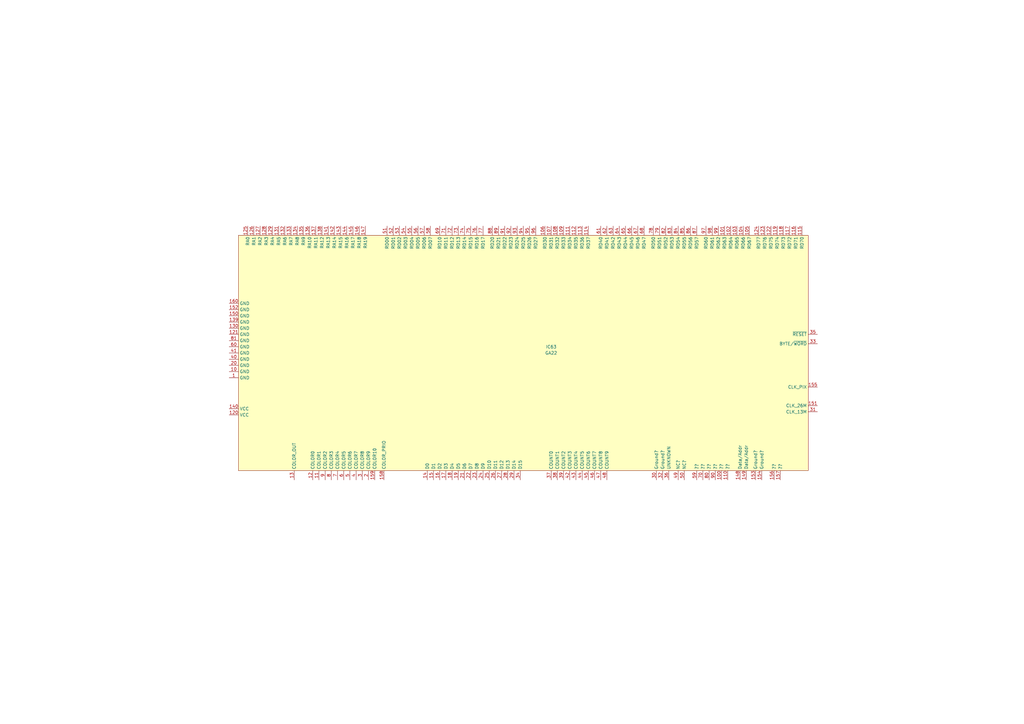
<source format=kicad_sch>
(kicad_sch (version 20211123) (generator eeschema)
  (paper "A3")
  (lib_symbols
    (symbol "Irem:GA22"
      (property "Reference" "U" (at -1.27 1.27 0))
      (property "Value" "GA22" (at -1.27 3.81 0))
      (symbol "GA22_0_1"
        (rectangle (start -49.53 128.27) (end 46.99 -105.41) (fill (type background)))
      )
      (symbol "GA22_1_1"
        (pin power_in line (at -11.43 132.08 270) (length 3.81) (name "GND") (number "1"))
        (pin power_in line (at -8.89 132.08 270) (length 3.81) (name "GND") (number "10"))
        (pin input line (at -53.34 -69.85 0) (length 3.81) (name "??") (number "100"))
        (pin input line (at 50.8 -71.12 180) (length 3.81) (name "RD63") (number "101"))
        (pin input line (at 50.8 -73.66 180) (length 3.81) (name "RD64") (number "102"))
        (pin input line (at 50.8 -76.2 180) (length 3.81) (name "RD65") (number "103"))
        (pin input line (at 50.8 -78.74 180) (length 3.81) (name "RD66") (number "104"))
        (pin input line (at 50.8 -81.28 180) (length 3.81) (name "RD67") (number "105"))
        (pin input line (at 50.8 2.54 180) (length 3.81) (name "RD30") (number "106"))
        (pin input line (at 50.8 0 180) (length 3.81) (name "RD31") (number "107"))
        (pin input line (at 50.8 -2.54 180) (length 3.81) (name "RD32") (number "108"))
        (pin input line (at 50.8 -5.08 180) (length 3.81) (name "RD33") (number "109"))
        (pin output line (at -53.34 95.25 0) (length 3.81) (name "COLOR1") (number "11"))
        (pin input line (at -53.34 -72.39 0) (length 3.81) (name "??") (number "110"))
        (pin input line (at 50.8 -7.62 180) (length 3.81) (name "RD34") (number "111"))
        (pin input line (at 50.8 -10.16 180) (length 3.81) (name "RD35") (number "112"))
        (pin input line (at 50.8 -12.7 180) (length 3.81) (name "RD36") (number "113"))
        (pin input line (at 50.8 -15.24 180) (length 3.81) (name "RD37") (number "114"))
        (pin input line (at 50.8 -102.87 180) (length 3.81) (name "RD70") (number "115"))
        (pin input line (at 50.8 -100.33 180) (length 3.81) (name "RD71") (number "116"))
        (pin input line (at 50.8 -97.79 180) (length 3.81) (name "RD72") (number "117"))
        (pin input line (at 50.8 -95.25 180) (length 3.81) (name "RD73") (number "118"))
        (pin input line (at 50.8 -92.71 180) (length 3.81) (name "RD74") (number "119"))
        (pin output line (at -53.34 97.79 0) (length 3.81) (name "COLOR0") (number "12"))
        (pin power_in line (at -26.67 132.08 270) (length 3.81) (name "VCC") (number "120"))
        (pin power_in line (at 6.35 132.08 270) (length 3.81) (name "GND") (number "121"))
        (pin input line (at 50.8 -90.17 180) (length 3.81) (name "RD75") (number "122"))
        (pin input line (at 50.8 -87.63 180) (length 3.81) (name "RD76") (number "123"))
        (pin input line (at 50.8 -85.09 180) (length 3.81) (name "RD77") (number "124"))
        (pin output line (at 50.8 124.46 180) (length 3.81) (name "RA0") (number "125"))
        (pin output line (at 50.8 121.92 180) (length 3.81) (name "RA1") (number "126"))
        (pin output line (at 50.8 119.38 180) (length 3.81) (name "RA2") (number "127"))
        (pin output line (at 50.8 116.84 180) (length 3.81) (name "RA3") (number "128"))
        (pin output line (at 50.8 114.3 180) (length 3.81) (name "RA4") (number "129"))
        (pin output line (at -53.34 105.41 0) (length 3.81) (name "COLOR_OUT") (number "13"))
        (pin power_in line (at 8.89 132.08 270) (length 3.81) (name "GND") (number "130"))
        (pin output line (at 50.8 111.76 180) (length 3.81) (name "RA5") (number "131"))
        (pin output line (at 50.8 109.22 180) (length 3.81) (name "RA6") (number "132"))
        (pin output line (at 50.8 106.68 180) (length 3.81) (name "RA7") (number "133"))
        (pin output line (at 50.8 104.14 180) (length 3.81) (name "RA8") (number "134"))
        (pin output line (at 50.8 101.6 180) (length 3.81) (name "RA9") (number "135"))
        (pin output line (at 50.8 99.06 180) (length 3.81) (name "RA10") (number "136"))
        (pin output line (at 50.8 96.52 180) (length 3.81) (name "RA11") (number "137"))
        (pin output line (at 50.8 93.98 180) (length 3.81) (name "RA12") (number "138"))
        (pin power_in line (at 11.43 132.08 270) (length 3.81) (name "GND") (number "139"))
        (pin input line (at -53.34 50.8 0) (length 3.81) (name "D0") (number "14"))
        (pin power_in line (at -24.13 132.08 270) (length 3.81) (name "VCC") (number "140"))
        (pin output line (at 50.8 91.44 180) (length 3.81) (name "RA13") (number "141"))
        (pin output line (at 50.8 88.9 180) (length 3.81) (name "RA14") (number "142"))
        (pin output line (at 50.8 86.36 180) (length 3.81) (name "RA15") (number "143"))
        (pin output line (at 50.8 83.82 180) (length 3.81) (name "RA16") (number "144"))
        (pin output line (at 50.8 81.28 180) (length 3.81) (name "RA17") (number "145"))
        (pin output line (at 50.8 78.74 180) (length 3.81) (name "RA18") (number "146"))
        (pin output line (at 50.8 76.2 180) (length 3.81) (name "RA19") (number "147"))
        (pin input line (at -53.34 -77.47 0) (length 3.81) (name "Data/Addr") (number "148"))
        (pin input line (at -53.34 -80.01 0) (length 3.81) (name "Data/Addr") (number "149"))
        (pin input line (at -53.34 48.26 0) (length 3.81) (name "D1") (number "15"))
        (pin power_in line (at 13.97 132.08 270) (length 3.81) (name "GND") (number "150"))
        (pin input line (at -22.86 -109.22 90) (length 3.81) (name "CLK_26M") (number "151"))
        (pin power_in line (at 16.51 132.08 270) (length 3.81) (name "GND") (number "152"))
        (pin input line (at -53.34 -83.82 0) (length 3.81) (name "Ground?") (number "153"))
        (pin input line (at -53.34 -86.36 0) (length 3.81) (name "Ground?") (number "154"))
        (pin output line (at -15.24 -109.22 90) (length 3.81) (name "CLK_PIX") (number "155"))
        (pin input line (at -53.34 -91.44 0) (length 3.81) (name "??") (number "156"))
        (pin input line (at -53.34 -93.98 0) (length 3.81) (name "??") (number "157"))
        (pin output line (at -53.34 68.58 0) (length 3.81) (name "COLOR_PRIO") (number "158"))
        (pin output line (at -53.34 72.39 0) (length 3.81) (name "COLOR10") (number "159"))
        (pin input line (at -53.34 45.72 0) (length 3.81) (name "D2") (number "16"))
        (pin power_in line (at 19.05 132.08 270) (length 3.81) (name "GND") (number "160"))
        (pin input line (at -53.34 43.18 0) (length 3.81) (name "D3") (number "17"))
        (pin input line (at -53.34 40.64 0) (length 3.81) (name "D4") (number "18"))
        (pin input line (at -53.34 38.1 0) (length 3.81) (name "D5") (number "19"))
        (pin output line (at -53.34 74.93 0) (length 3.81) (name "COLOR9") (number "2"))
        (pin power_in line (at -6.35 132.08 270) (length 3.81) (name "GND") (number "20"))
        (pin input line (at -53.34 35.56 0) (length 3.81) (name "D6") (number "21"))
        (pin input line (at -53.34 33.02 0) (length 3.81) (name "D7") (number "22"))
        (pin input line (at -53.34 30.48 0) (length 3.81) (name "D8") (number "23"))
        (pin input line (at -53.34 27.94 0) (length 3.81) (name "D9") (number "24"))
        (pin input line (at -53.34 25.4 0) (length 3.81) (name "D10") (number "25"))
        (pin input line (at -53.34 22.86 0) (length 3.81) (name "D11") (number "26"))
        (pin input line (at -53.34 20.32 0) (length 3.81) (name "D12") (number "27"))
        (pin input line (at -53.34 17.78 0) (length 3.81) (name "D13") (number "28"))
        (pin input line (at -53.34 15.24 0) (length 3.81) (name "D14") (number "29"))
        (pin output line (at -53.34 77.47 0) (length 3.81) (name "COLOR8") (number "3"))
        (pin input line (at -53.34 -43.18 0) (length 3.81) (name "Ground?") (number "30"))
        (pin input line (at -25.4 -109.22 90) (length 3.81) (name "CLK_13M") (number "31"))
        (pin input line (at -53.34 -45.72 0) (length 3.81) (name "Ground?") (number "32"))
        (pin input line (at 2.54 -109.22 90) (length 3.81) (name "BYTE/~{WORD}") (number "33"))
        (pin input line (at -53.34 12.7 0) (length 3.81) (name "D15") (number "34"))
        (pin input line (at 6.35 -109.22 90) (length 3.81) (name "~{RESET}") (number "35"))
        (pin input line (at -53.34 -48.26 0) (length 3.81) (name "UNKNOWN") (number "36"))
        (pin output line (at -53.34 0 0) (length 3.81) (name "COUNT0") (number "37"))
        (pin output line (at -53.34 -2.54 0) (length 3.81) (name "COUNT1") (number "38"))
        (pin output line (at -53.34 -5.08 0) (length 3.81) (name "COUNT2") (number "39"))
        (pin output line (at -53.34 80.01 0) (length 3.81) (name "COLOR7") (number "4"))
        (pin power_in line (at -3.81 132.08 270) (length 3.81) (name "GND") (number "40"))
        (pin power_in line (at -1.27 132.08 270) (length 3.81) (name "GND") (number "41"))
        (pin output line (at -53.34 -7.62 0) (length 3.81) (name "COUNT3") (number "42"))
        (pin output line (at -53.34 -10.16 0) (length 3.81) (name "COUNT4") (number "43"))
        (pin output line (at -53.34 -12.7 0) (length 3.81) (name "COUNT5") (number "44"))
        (pin output line (at -53.34 -15.24 0) (length 3.81) (name "COUNT6") (number "45"))
        (pin output line (at -53.34 -17.78 0) (length 3.81) (name "COUNT7") (number "46"))
        (pin output line (at -53.34 -20.32 0) (length 3.81) (name "COUNT8") (number "47"))
        (pin output line (at -53.34 -22.86 0) (length 3.81) (name "COUNT9") (number "48"))
        (pin input line (at -53.34 -52.07 0) (length 3.81) (name "NC?") (number "49"))
        (pin output line (at -53.34 82.55 0) (length 3.81) (name "COLOR6") (number "5"))
        (pin input line (at -53.34 -54.61 0) (length 3.81) (name "NC?") (number "50"))
        (pin input line (at 50.8 67.31 180) (length 3.81) (name "RD00") (number "51"))
        (pin input line (at 50.8 64.77 180) (length 3.81) (name "RD01") (number "52"))
        (pin input line (at 50.8 62.23 180) (length 3.81) (name "RD02") (number "53"))
        (pin input line (at 50.8 59.69 180) (length 3.81) (name "RD03") (number "54"))
        (pin input line (at 50.8 57.15 180) (length 3.81) (name "RD04") (number "55"))
        (pin input line (at 50.8 54.61 180) (length 3.81) (name "RD05") (number "56"))
        (pin input line (at 50.8 52.07 180) (length 3.81) (name "RD06") (number "57"))
        (pin input line (at 50.8 49.53 180) (length 3.81) (name "RD07") (number "58"))
        (pin input line (at -53.34 -59.69 0) (length 3.81) (name "??") (number "59"))
        (pin output line (at -53.34 85.09 0) (length 3.81) (name "COLOR5") (number "6"))
        (pin power_in line (at 1.27 132.08 270) (length 3.81) (name "GND") (number "60"))
        (pin input line (at 50.8 -20.32 180) (length 3.81) (name "RD40") (number "61"))
        (pin input line (at 50.8 -22.86 180) (length 3.81) (name "RD41") (number "62"))
        (pin input line (at 50.8 -25.4 180) (length 3.81) (name "RD42") (number "63"))
        (pin input line (at 50.8 -27.94 180) (length 3.81) (name "RD43") (number "64"))
        (pin input line (at 50.8 -30.48 180) (length 3.81) (name "RD44") (number "65"))
        (pin input line (at 50.8 -33.02 180) (length 3.81) (name "RD45") (number "66"))
        (pin input line (at 50.8 -35.56 180) (length 3.81) (name "RD46") (number "67"))
        (pin input line (at 50.8 -38.1 180) (length 3.81) (name "RD47") (number "68"))
        (pin input line (at 50.8 45.72 180) (length 3.81) (name "RD10") (number "69"))
        (pin output line (at -53.34 87.63 0) (length 3.81) (name "COLOR4") (number "7"))
        (pin input line (at -53.34 -62.23 0) (length 3.81) (name "??") (number "70"))
        (pin input line (at 50.8 43.18 180) (length 3.81) (name "RD11") (number "71"))
        (pin input line (at 50.8 40.64 180) (length 3.81) (name "RD12") (number "72"))
        (pin input line (at 50.8 38.1 180) (length 3.81) (name "RD13") (number "73"))
        (pin input line (at 50.8 35.56 180) (length 3.81) (name "RD14") (number "74"))
        (pin input line (at 50.8 33.02 180) (length 3.81) (name "RD15") (number "75"))
        (pin input line (at 50.8 30.48 180) (length 3.81) (name "RD16") (number "76"))
        (pin input line (at 50.8 27.94 180) (length 3.81) (name "RD17") (number "77"))
        (pin input line (at 50.8 -41.91 180) (length 3.81) (name "RD50") (number "78"))
        (pin input line (at 50.8 -44.45 180) (length 3.81) (name "RD51") (number "79"))
        (pin output line (at -53.34 90.17 0) (length 3.81) (name "COLOR3") (number "8"))
        (pin input line (at -53.34 -64.77 0) (length 3.81) (name "??") (number "80"))
        (pin power_in line (at 3.81 132.08 270) (length 3.81) (name "GND") (number "81"))
        (pin input line (at 50.8 -46.99 180) (length 3.81) (name "RD52") (number "82"))
        (pin input line (at 50.8 -49.53 180) (length 3.81) (name "RD53") (number "83"))
        (pin input line (at 50.8 -52.07 180) (length 3.81) (name "RD54") (number "84"))
        (pin input line (at 50.8 -54.61 180) (length 3.81) (name "RD55") (number "85"))
        (pin input line (at 50.8 -57.15 180) (length 3.81) (name "RD56") (number "86"))
        (pin input line (at 50.8 -59.69 180) (length 3.81) (name "RD57") (number "87"))
        (pin input line (at 50.8 24.13 180) (length 3.81) (name "RD20") (number "88"))
        (pin input line (at 50.8 21.59 180) (length 3.81) (name "RD21") (number "89"))
        (pin output line (at -53.34 92.71 0) (length 3.81) (name "COLOR2") (number "9"))
        (pin input line (at -53.34 -67.31 0) (length 3.81) (name "??") (number "90"))
        (pin input line (at 50.8 19.05 180) (length 3.81) (name "RD22") (number "91"))
        (pin input line (at 50.8 16.51 180) (length 3.81) (name "RD23") (number "92"))
        (pin input line (at 50.8 13.97 180) (length 3.81) (name "RD24") (number "93"))
        (pin input line (at 50.8 11.43 180) (length 3.81) (name "RD25") (number "94"))
        (pin input line (at 50.8 8.89 180) (length 3.81) (name "RD26") (number "95"))
        (pin input line (at 50.8 6.35 180) (length 3.81) (name "RD27") (number "96"))
        (pin input line (at 50.8 -63.5 180) (length 3.81) (name "RD60") (number "97"))
        (pin input line (at 50.8 -66.04 180) (length 3.81) (name "RD61") (number "98"))
        (pin input line (at 50.8 -68.58 180) (length 3.81) (name "RD62") (number "99"))
      )
    )
  )
  (symbol (lib_id "Irem:GA22") (at 226.06 143.51 90) (unit 1)
    (property "Reference" "IC63" (at 226.06 142.24 90))
    (property "Value" "GA22" (at 226.06 144.78 90))
  )
)
</source>
